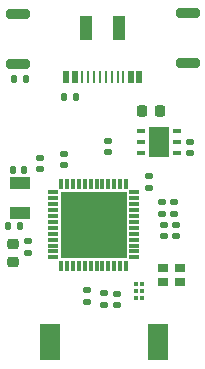
<source format=gbr>
%TF.GenerationSoftware,KiCad,Pcbnew,6.0.0*%
%TF.CreationDate,2022-01-30T15:16:09-05:00*%
%TF.ProjectId,stm32wb55ce_development_board,73746d33-3277-4623-9535-63655f646576,rev?*%
%TF.SameCoordinates,Original*%
%TF.FileFunction,Paste,Top*%
%TF.FilePolarity,Positive*%
%FSLAX46Y46*%
G04 Gerber Fmt 4.6, Leading zero omitted, Abs format (unit mm)*
G04 Created by KiCad (PCBNEW 6.0.0) date 2022-01-30 15:16:09*
%MOMM*%
%LPD*%
G01*
G04 APERTURE LIST*
G04 Aperture macros list*
%AMRoundRect*
0 Rectangle with rounded corners*
0 $1 Rounding radius*
0 $2 $3 $4 $5 $6 $7 $8 $9 X,Y pos of 4 corners*
0 Add a 4 corners polygon primitive as box body*
4,1,4,$2,$3,$4,$5,$6,$7,$8,$9,$2,$3,0*
0 Add four circle primitives for the rounded corners*
1,1,$1+$1,$2,$3*
1,1,$1+$1,$4,$5*
1,1,$1+$1,$6,$7*
1,1,$1+$1,$8,$9*
0 Add four rect primitives between the rounded corners*
20,1,$1+$1,$2,$3,$4,$5,0*
20,1,$1+$1,$4,$5,$6,$7,0*
20,1,$1+$1,$6,$7,$8,$9,0*
20,1,$1+$1,$8,$9,$2,$3,0*%
G04 Aperture macros list end*
%ADD10RoundRect,0.200000X-0.800000X0.200000X-0.800000X-0.200000X0.800000X-0.200000X0.800000X0.200000X0*%
%ADD11RoundRect,0.135000X-0.135000X-0.185000X0.135000X-0.185000X0.135000X0.185000X-0.135000X0.185000X0*%
%ADD12R,1.700000X3.150000*%
%ADD13RoundRect,0.147500X-0.147500X-0.172500X0.147500X-0.172500X0.147500X0.172500X-0.147500X0.172500X0*%
%ADD14RoundRect,0.147500X0.172500X-0.147500X0.172500X0.147500X-0.172500X0.147500X-0.172500X-0.147500X0*%
%ADD15RoundRect,0.147500X-0.172500X0.147500X-0.172500X-0.147500X0.172500X-0.147500X0.172500X0.147500X0*%
%ADD16R,0.800000X0.400000*%
%ADD17R,1.750000X2.500000*%
%ADD18R,0.850000X0.300000*%
%ADD19R,0.300000X0.850000*%
%ADD20R,5.700000X5.700000*%
%ADD21R,1.800000X1.000000*%
%ADD22R,1.000000X2.000000*%
%ADD23R,0.270000X1.000000*%
%ADD24R,0.520000X1.000000*%
%ADD25R,0.300000X0.300000*%
%ADD26RoundRect,0.218750X-0.256250X0.218750X-0.256250X-0.218750X0.256250X-0.218750X0.256250X0.218750X0*%
%ADD27R,0.860000X0.760000*%
%ADD28RoundRect,0.218750X0.218750X0.256250X-0.218750X0.256250X-0.218750X-0.256250X0.218750X-0.256250X0*%
G04 APERTURE END LIST*
D10*
%TO.C,SW1*%
X158625000Y-64175000D03*
X158625000Y-68375000D03*
%TD*%
D11*
%TO.C,R1*%
X159300000Y-69700000D03*
X158280000Y-69700000D03*
%TD*%
D12*
%TO.C,AE1*%
X170480000Y-91910000D03*
X161380000Y-91910000D03*
%TD*%
D13*
%TO.C,R2*%
X162580000Y-71230000D03*
X163550000Y-71230000D03*
%TD*%
%TO.C,C17*%
X158800000Y-82100000D03*
X157830000Y-82100000D03*
%TD*%
D14*
%TO.C,C15*%
X173240000Y-75965000D03*
X173240000Y-74995000D03*
%TD*%
D15*
%TO.C,C6*%
X167000000Y-87860000D03*
X167000000Y-88830000D03*
%TD*%
%TO.C,C7*%
X170860000Y-80120000D03*
X170860000Y-81090000D03*
%TD*%
D16*
%TO.C,PS1*%
X169100000Y-74080000D03*
X169100000Y-75030000D03*
X169100000Y-75980000D03*
X172100000Y-75980000D03*
X172100000Y-75030000D03*
X172100000Y-74080000D03*
D17*
X170600000Y-75030000D03*
%TD*%
D18*
%TO.C,IC2*%
X161600000Y-79280000D03*
X161600000Y-79780000D03*
X161600000Y-80280000D03*
X161600000Y-80780000D03*
X161600000Y-81280000D03*
X161600000Y-81780000D03*
X161600000Y-82280000D03*
X161600000Y-82780000D03*
X161600000Y-83280000D03*
X161600000Y-83780000D03*
X161600000Y-84280000D03*
X161600000Y-84780000D03*
D19*
X162300000Y-85480000D03*
X162800000Y-85480000D03*
X163300000Y-85480000D03*
X163800000Y-85480000D03*
X164300000Y-85480000D03*
X164800000Y-85480000D03*
X165300000Y-85480000D03*
X165800000Y-85480000D03*
X166300000Y-85480000D03*
X166800000Y-85480000D03*
X167300000Y-85480000D03*
X167800000Y-85480000D03*
D18*
X168500000Y-84780000D03*
X168500000Y-84280000D03*
X168500000Y-83780000D03*
X168500000Y-83280000D03*
X168500000Y-82780000D03*
X168500000Y-82280000D03*
X168500000Y-81780000D03*
X168500000Y-81280000D03*
X168500000Y-80780000D03*
X168500000Y-80280000D03*
X168500000Y-79780000D03*
X168500000Y-79280000D03*
D19*
X167800000Y-78580000D03*
X167300000Y-78580000D03*
X166800000Y-78580000D03*
X166300000Y-78580000D03*
X165800000Y-78580000D03*
X165300000Y-78580000D03*
X164800000Y-78580000D03*
X164300000Y-78580000D03*
X163800000Y-78580000D03*
X163300000Y-78580000D03*
X162800000Y-78580000D03*
X162300000Y-78580000D03*
D20*
X165050000Y-82030000D03*
%TD*%
D21*
%TO.C,Y2*%
X158800000Y-78500000D03*
X158800000Y-81000000D03*
%TD*%
D14*
%TO.C,C14*%
X172000000Y-82030000D03*
X172000000Y-83000000D03*
%TD*%
D13*
%TO.C,C16*%
X159185000Y-77400000D03*
X158215000Y-77400000D03*
%TD*%
D15*
%TO.C,C5*%
X164520000Y-87580000D03*
X164520000Y-88550000D03*
%TD*%
D22*
%TO.C,J2*%
X164425000Y-65325000D03*
X167225000Y-65325000D03*
D23*
X164575000Y-69525000D03*
X165075000Y-69525000D03*
X165575000Y-69525000D03*
X166075000Y-69525000D03*
X166575000Y-69525000D03*
X167075000Y-69525000D03*
X164075000Y-69525000D03*
X167575000Y-69525000D03*
D24*
X163475000Y-69525000D03*
X168175000Y-69525000D03*
X162725000Y-69525000D03*
X168925000Y-69525000D03*
%TD*%
D25*
%TO.C,FL1*%
X169110000Y-88187000D03*
X169110000Y-87600000D03*
X169110000Y-87013000D03*
X168610000Y-87013000D03*
X168610000Y-87600000D03*
X168610000Y-88187000D03*
%TD*%
D26*
%TO.C,FB1*%
X158200000Y-85200000D03*
X158200000Y-83625000D03*
%TD*%
D15*
%TO.C,C3*%
X165930000Y-88800000D03*
X165930000Y-87830000D03*
%TD*%
D14*
%TO.C,C8*%
X169730000Y-77900000D03*
X169730000Y-78870000D03*
%TD*%
D10*
%TO.C,SW2*%
X173040000Y-68310000D03*
X173040000Y-64110000D03*
%TD*%
D27*
%TO.C,Y1*%
X172355000Y-86855000D03*
X170905000Y-86855000D03*
X170905000Y-85705000D03*
X172355000Y-85705000D03*
%TD*%
D14*
%TO.C,C13*%
X166230000Y-75890000D03*
X166230000Y-74920000D03*
%TD*%
D15*
%TO.C,C9*%
X159500000Y-84400000D03*
X159500000Y-83430000D03*
%TD*%
%TO.C,C4*%
X171860000Y-81090000D03*
X171860000Y-80120000D03*
%TD*%
D14*
%TO.C,C2*%
X160500000Y-76355000D03*
X160500000Y-77325000D03*
%TD*%
%TO.C,L1*%
X171000000Y-82030000D03*
X171000000Y-83000000D03*
%TD*%
%TO.C,C11*%
X162500000Y-76000000D03*
X162500000Y-76970000D03*
%TD*%
D28*
%TO.C,C12*%
X169125000Y-72380000D03*
X170700000Y-72380000D03*
%TD*%
M02*

</source>
